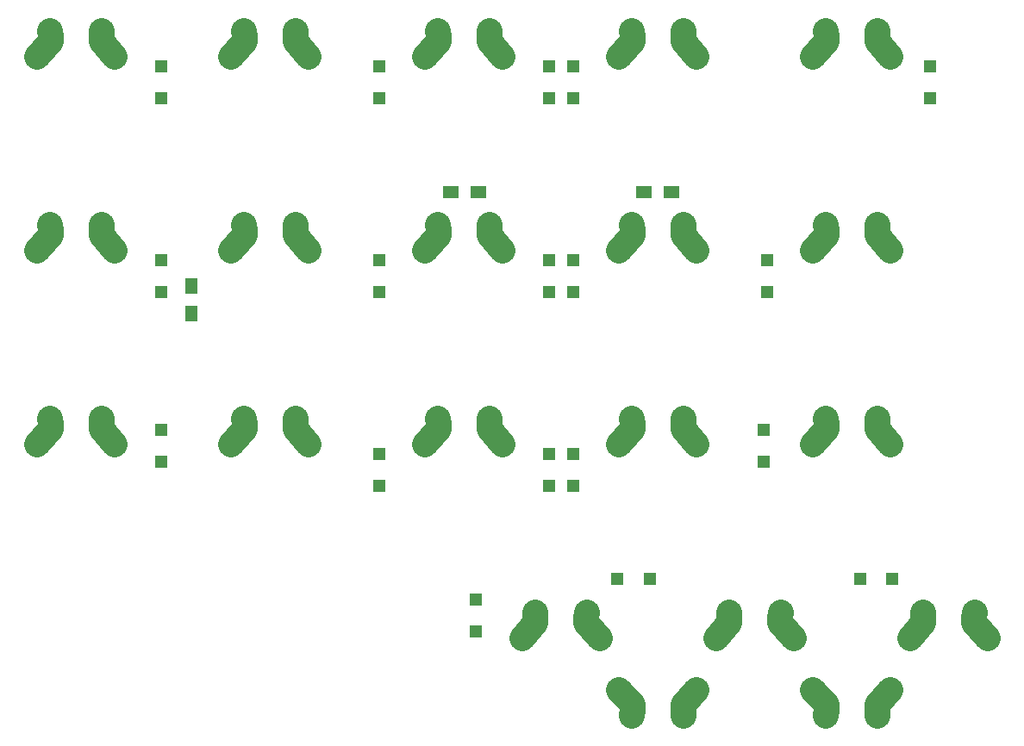
<source format=gbp>
G04 #@! TF.FileFunction,Paste,Bot*
%FSLAX46Y46*%
G04 Gerber Fmt 4.6, Leading zero omitted, Abs format (unit mm)*
G04 Created by KiCad (PCBNEW 4.0.7) date 03/15/18 20:04:12*
%MOMM*%
%LPD*%
G01*
G04 APERTURE LIST*
%ADD10C,0.100000*%
%ADD11C,2.500000*%
%ADD12R,1.200000X1.500000*%
%ADD13R,1.500000X1.200000*%
%ADD14R,1.200000X1.200000*%
G04 APERTURE END LIST*
D10*
D11*
X137159995Y-130810004D02*
X135850005Y-129349996D01*
X129540005Y-130810004D02*
X130849995Y-129349996D01*
X130810001Y-128270000D02*
X130849999Y-128850000D01*
X135889999Y-128270000D02*
X135850001Y-128850000D01*
D12*
X68500000Y-117950000D03*
X68500000Y-115250000D03*
D13*
X112950000Y-106000000D03*
X115650000Y-106000000D03*
X93950000Y-106000000D03*
X96650000Y-106000000D03*
D14*
X141089664Y-96825406D03*
X141089664Y-93675406D03*
X103584375Y-96825000D03*
X103584375Y-93675000D03*
X105965625Y-96825000D03*
X105965625Y-93675000D03*
X86915625Y-96825000D03*
X86915625Y-93675000D03*
X65484375Y-96825000D03*
X65484375Y-93675000D03*
X96440625Y-146062500D03*
X96440625Y-149212500D03*
X110343750Y-144065625D03*
X113493750Y-144065625D03*
X134156250Y-144065625D03*
X137306250Y-144065625D03*
X65484654Y-132544309D03*
X65484654Y-129394309D03*
X86915625Y-134925000D03*
X86915625Y-131775000D03*
X103584375Y-134925000D03*
X103584375Y-131775000D03*
X105965625Y-134925000D03*
X105965625Y-131775000D03*
X124718501Y-132544309D03*
X124718501Y-129394309D03*
X65484375Y-115875000D03*
X65484375Y-112725000D03*
X86915625Y-115875000D03*
X86915625Y-112725000D03*
X103584375Y-115875000D03*
X103584375Y-112725000D03*
X105965625Y-115875000D03*
X105965625Y-112725000D03*
X125016158Y-115875488D03*
X125016158Y-112725488D03*
D11*
X60959995Y-92710004D02*
X59650005Y-91249996D01*
X53340005Y-92710004D02*
X54649995Y-91249996D01*
X54610001Y-90170000D02*
X54649999Y-90750000D01*
X59689999Y-90170000D02*
X59650001Y-90750000D01*
X80009995Y-92710004D02*
X78700005Y-91249996D01*
X72390005Y-92710004D02*
X73699995Y-91249996D01*
X73660001Y-90170000D02*
X73699999Y-90750000D01*
X78739999Y-90170000D02*
X78700001Y-90750000D01*
X99059995Y-92710004D02*
X97750005Y-91249996D01*
X91440005Y-92710004D02*
X92749995Y-91249996D01*
X92710001Y-90170000D02*
X92749999Y-90750000D01*
X97789999Y-90170000D02*
X97750001Y-90750000D01*
X137159995Y-92710004D02*
X135850005Y-91249996D01*
X129540005Y-92710004D02*
X130849995Y-91249996D01*
X130810001Y-90170000D02*
X130849999Y-90750000D01*
X135889999Y-90170000D02*
X135850001Y-90750000D01*
X60959995Y-111760004D02*
X59650005Y-110299996D01*
X53340005Y-111760004D02*
X54649995Y-110299996D01*
X54610001Y-109220000D02*
X54649999Y-109800000D01*
X59689999Y-109220000D02*
X59650001Y-109800000D01*
X80009995Y-111760004D02*
X78700005Y-110299996D01*
X72390005Y-111760004D02*
X73699995Y-110299996D01*
X73660001Y-109220000D02*
X73699999Y-109800000D01*
X78739999Y-109220000D02*
X78700001Y-109800000D01*
X99059995Y-111760004D02*
X97750005Y-110299996D01*
X91440005Y-111760004D02*
X92749995Y-110299996D01*
X92710001Y-109220000D02*
X92749999Y-109800000D01*
X97789999Y-109220000D02*
X97750001Y-109800000D01*
X60959995Y-130810004D02*
X59650005Y-129349996D01*
X53340005Y-130810004D02*
X54649995Y-129349996D01*
X54610001Y-128270000D02*
X54649999Y-128850000D01*
X59689999Y-128270000D02*
X59650001Y-128850000D01*
X80009995Y-130810004D02*
X78700005Y-129349996D01*
X72390005Y-130810004D02*
X73699995Y-129349996D01*
X73660001Y-128270000D02*
X73699999Y-128850000D01*
X78739999Y-128270000D02*
X78700001Y-128850000D01*
X99059995Y-130810004D02*
X97750005Y-129349996D01*
X91440005Y-130810004D02*
X92749995Y-129349996D01*
X92710001Y-128270000D02*
X92749999Y-128850000D01*
X97789999Y-128270000D02*
X97750001Y-128850000D01*
X146684995Y-149860004D02*
X145375005Y-148399996D01*
X139065005Y-149860004D02*
X140374995Y-148399996D01*
X140335001Y-147320000D02*
X140374999Y-147900000D01*
X145414999Y-147320000D02*
X145375001Y-147900000D01*
X118109993Y-154939998D02*
X116800007Y-156400002D01*
X116839771Y-157480016D02*
X116800229Y-156899984D01*
X111760229Y-157480016D02*
X111799771Y-156899984D01*
X110490007Y-154939998D02*
X111799993Y-156400002D01*
X137159993Y-154939998D02*
X135850007Y-156400002D01*
X135889771Y-157480016D02*
X135850229Y-156899984D01*
X130810229Y-157480016D02*
X130849771Y-156899984D01*
X129540007Y-154939998D02*
X130849993Y-156400002D01*
X118109995Y-92710004D02*
X116800005Y-91249996D01*
X110490005Y-92710004D02*
X111799995Y-91249996D01*
X111760001Y-90170000D02*
X111799999Y-90750000D01*
X116839999Y-90170000D02*
X116800001Y-90750000D01*
X118109995Y-111760004D02*
X116800005Y-110299996D01*
X110490005Y-111760004D02*
X111799995Y-110299996D01*
X111760001Y-109220000D02*
X111799999Y-109800000D01*
X116839999Y-109220000D02*
X116800001Y-109800000D01*
X137159995Y-111760004D02*
X135850005Y-110299996D01*
X129540005Y-111760004D02*
X130849995Y-110299996D01*
X130810001Y-109220000D02*
X130849999Y-109800000D01*
X135889999Y-109220000D02*
X135850001Y-109800000D01*
X118109995Y-130810004D02*
X116800005Y-129349996D01*
X110490005Y-130810004D02*
X111799995Y-129349996D01*
X111760001Y-128270000D02*
X111799999Y-128850000D01*
X116839999Y-128270000D02*
X116800001Y-128850000D01*
X108584995Y-149860004D02*
X107275005Y-148399996D01*
X100965005Y-149860004D02*
X102274995Y-148399996D01*
X102235001Y-147320000D02*
X102274999Y-147900000D01*
X107314999Y-147320000D02*
X107275001Y-147900000D01*
X127634995Y-149860004D02*
X126325005Y-148399996D01*
X120015005Y-149860004D02*
X121324995Y-148399996D01*
X121285001Y-147320000D02*
X121324999Y-147900000D01*
X126364999Y-147320000D02*
X126325001Y-147900000D01*
M02*

</source>
